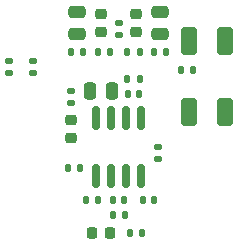
<source format=gbr>
%TF.GenerationSoftware,KiCad,Pcbnew,(6.0.5)*%
%TF.CreationDate,2022-06-14T23:06:24-04:00*%
%TF.ProjectId,1bp-m3,3162702d-6d33-42e6-9b69-6361645f7063,A*%
%TF.SameCoordinates,Original*%
%TF.FileFunction,Paste,Top*%
%TF.FilePolarity,Positive*%
%FSLAX46Y46*%
G04 Gerber Fmt 4.6, Leading zero omitted, Abs format (unit mm)*
G04 Created by KiCad (PCBNEW (6.0.5)) date 2022-06-14 23:06:24*
%MOMM*%
%LPD*%
G01*
G04 APERTURE LIST*
G04 Aperture macros list*
%AMRoundRect*
0 Rectangle with rounded corners*
0 $1 Rounding radius*
0 $2 $3 $4 $5 $6 $7 $8 $9 X,Y pos of 4 corners*
0 Add a 4 corners polygon primitive as box body*
4,1,4,$2,$3,$4,$5,$6,$7,$8,$9,$2,$3,0*
0 Add four circle primitives for the rounded corners*
1,1,$1+$1,$2,$3*
1,1,$1+$1,$4,$5*
1,1,$1+$1,$6,$7*
1,1,$1+$1,$8,$9*
0 Add four rect primitives between the rounded corners*
20,1,$1+$1,$2,$3,$4,$5,0*
20,1,$1+$1,$4,$5,$6,$7,0*
20,1,$1+$1,$6,$7,$8,$9,0*
20,1,$1+$1,$8,$9,$2,$3,0*%
G04 Aperture macros list end*
%ADD10RoundRect,0.135000X-0.185000X0.135000X-0.185000X-0.135000X0.185000X-0.135000X0.185000X0.135000X0*%
%ADD11RoundRect,0.135000X-0.135000X-0.185000X0.135000X-0.185000X0.135000X0.185000X-0.135000X0.185000X0*%
%ADD12RoundRect,0.135000X0.135000X0.185000X-0.135000X0.185000X-0.135000X-0.185000X0.135000X-0.185000X0*%
%ADD13RoundRect,0.135000X0.185000X-0.135000X0.185000X0.135000X-0.185000X0.135000X-0.185000X-0.135000X0*%
%ADD14RoundRect,0.250000X-0.475000X0.250000X-0.475000X-0.250000X0.475000X-0.250000X0.475000X0.250000X0*%
%ADD15RoundRect,0.225000X-0.250000X0.225000X-0.250000X-0.225000X0.250000X-0.225000X0.250000X0.225000X0*%
%ADD16RoundRect,0.225000X0.225000X0.250000X-0.225000X0.250000X-0.225000X-0.250000X0.225000X-0.250000X0*%
%ADD17RoundRect,0.140000X-0.140000X-0.170000X0.140000X-0.170000X0.140000X0.170000X-0.140000X0.170000X0*%
%ADD18RoundRect,0.150000X-0.150000X0.825000X-0.150000X-0.825000X0.150000X-0.825000X0.150000X0.825000X0*%
%ADD19RoundRect,0.250000X-0.250000X-0.475000X0.250000X-0.475000X0.250000X0.475000X-0.250000X0.475000X0*%
%ADD20RoundRect,0.250000X-0.412500X-0.925000X0.412500X-0.925000X0.412500X0.925000X-0.412500X0.925000X0*%
G04 APERTURE END LIST*
D10*
X129750007Y-83990009D03*
X129750007Y-85010009D03*
D11*
X130490000Y-86500000D03*
X131510000Y-86500000D03*
D12*
X129010000Y-86500000D03*
X127990000Y-86500000D03*
D13*
X125749990Y-90760010D03*
X125749990Y-89740010D03*
D12*
X126760000Y-86500000D03*
X125740000Y-86500000D03*
D11*
X130740000Y-101750000D03*
X131760000Y-101750000D03*
X126990000Y-99000000D03*
X128010000Y-99000000D03*
X132740000Y-86500000D03*
X133760000Y-86500000D03*
D14*
X126250000Y-83050000D03*
X126250000Y-84950000D03*
X133250000Y-83050000D03*
X133250000Y-84950000D03*
D15*
X125750000Y-92225000D03*
X125750000Y-93775000D03*
X128250010Y-83225010D03*
X128250010Y-84775010D03*
D16*
X129025000Y-101750000D03*
X127475000Y-101750000D03*
D15*
X131250000Y-83225000D03*
X131250000Y-84775000D03*
D11*
X130490000Y-88750000D03*
X131510000Y-88750000D03*
D13*
X133100000Y-95510000D03*
X133100000Y-94490000D03*
X122500000Y-88260000D03*
X122500000Y-87240000D03*
X120500000Y-88260000D03*
X120500000Y-87240000D03*
D17*
X130520000Y-90000000D03*
X131480000Y-90000000D03*
X129270000Y-99000000D03*
X130230000Y-99000000D03*
D11*
X129240000Y-100250000D03*
X130260000Y-100250000D03*
D17*
X131770002Y-99000005D03*
X132730002Y-99000005D03*
D18*
X131655007Y-92024989D03*
X130385007Y-92024989D03*
X129115007Y-92024989D03*
X127845007Y-92024989D03*
X127845007Y-96974989D03*
X129115007Y-96974989D03*
X130385007Y-96974989D03*
X131655007Y-96974989D03*
D19*
X127300010Y-89750011D03*
X129200010Y-89750011D03*
D20*
X135712500Y-91500000D03*
X138787500Y-91500000D03*
D11*
X134990000Y-88000000D03*
X136010000Y-88000000D03*
D20*
X135712492Y-85500007D03*
X138787492Y-85500007D03*
D11*
X125490000Y-96250000D03*
X126510000Y-96250000D03*
M02*

</source>
